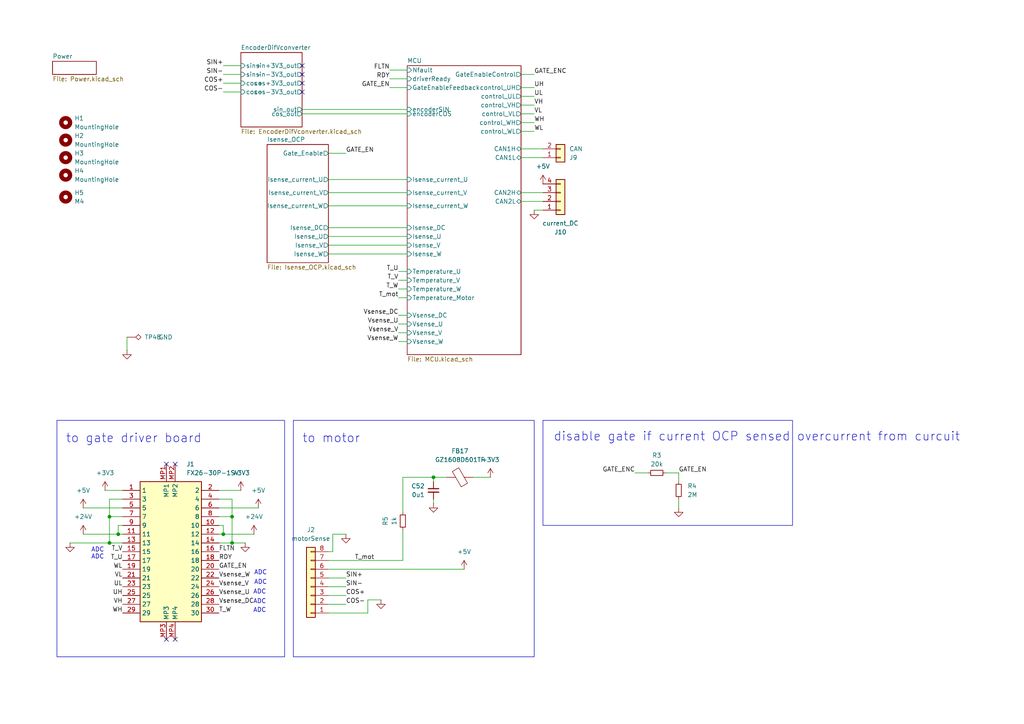
<source format=kicad_sch>
(kicad_sch (version 20231120) (generator "eeschema") (generator_version "8.0")
  (paper "A4")
  (title_block (title "INV_MainBoard") (date "2024-11-16") (rev "1.0") (company "NTURacing Team") (comment 1 "郭哲明 Jack Kuo") (comment 2 "Powertrain Group"))
  (lib_symbols
    (symbol "Connector:TestPoint_Alt" (pin_numbers hide) (pin_names (offset 0.762) hide)
      (property "Reference" "TP" (at 0 6.858 0))
      (property "Value" "TestPoint_Alt" (at 0 5.08 0))
      (symbol "TestPoint_Alt_0_1"
        (polyline (pts (xy 0 2.54) (xy -0.762 3.302) (xy 0 4.064) (xy 0.762 3.302) (xy 0 2.54)))
      )
      (symbol "TestPoint_Alt_1_1"
        (pin passive line (at 0 0 90) (length 2.54) (name "1") (number "1"))
      )
    )
    (symbol "Connector_Generic:Conn_01x02" (pin_names (offset 1.016) hide)
      (property "Reference" "J" (at 0 2.54 0))
      (property "Value" "Conn_01x02" (at 0 -5.08 0))
      (symbol "Conn_01x02_1_1"
        (rectangle (start -1.27 -2.413) (end 0 -2.667) (stroke (width 0.1524)))
        (rectangle (start -1.27 0.127) (end 0 -0.127) (stroke (width 0.1524)))
        (rectangle (start -1.27 1.27) (end 1.27 -3.81) (stroke (width 0.254)) (fill (type background)))
        (pin passive line (at -5.08 0 0) (length 3.81) (name "Pin_1") (number "1"))
        (pin passive line (at -5.08 -2.54 0) (length 3.81) (name "Pin_2") (number "2"))
      )
    )
    (symbol "Device:C_Small" (pin_numbers hide) (pin_names (offset 0.254) hide)
      (property "Reference" "C" (at 0.254 1.778 0))
      (property "Value" "C_Small" (at 0.254 -2.032 0))
      (symbol "C_Small_0_1"
        (polyline (pts (xy -1.524 -0.508) (xy 1.524 -0.508)) (stroke (width 0.3302)))
        (polyline (pts (xy -1.524 0.508) (xy 1.524 0.508)) (stroke (width 0.3048)))
      )
      (symbol "C_Small_1_1"
        (pin passive line (at 0 2.54 270) (length 2.032) (name "~") (number "1"))
        (pin passive line (at 0 -2.54 90) (length 2.032) (name "~") (number "2"))
      )
    )
    (symbol "Device:FerriteBead" (pin_numbers hide) (pin_names (offset 0))
      (property "Reference" "FB" (at -3.81 0.635 90))
      (property "Value" "FerriteBead" (at 3.81 0 90))
      (symbol "FerriteBead_0_1"
        (polyline (pts (xy 0 -1.27) (xy 0 -1.2192)))
        (polyline (pts (xy 0 1.27) (xy 0 1.2954)))
        (polyline (pts (xy -2.7686 0.4064) (xy -1.7018 2.2606) (xy 2.7686 -0.3048) (xy 1.6764 -2.159) (xy -2.7686 0.4064)))
      )
      (symbol "FerriteBead_1_1"
        (pin passive line (at 0 3.81 270) (length 2.54) (name "~") (number "1"))
        (pin passive line (at 0 -3.81 90) (length 2.54) (name "~") (number "2"))
      )
    )
    (symbol "Device:R_Small" (pin_numbers hide) (pin_names (offset 0.254) hide)
      (property "Reference" "R" (at 0.762 0.508 0))
      (property "Value" "R_Small" (at 0.762 -1.016 0))
      (symbol "R_Small_0_1"
        (rectangle (start -0.762 1.778) (end 0.762 -1.778) (stroke (width 0.2032)))
      )
      (symbol "R_Small_1_1"
        (pin passive line (at 0 2.54 270) (length 0.762) (name "~") (number "1"))
        (pin passive line (at 0 -2.54 90) (length 0.762) (name "~") (number "2"))
      )
    )
    (symbol "Mechanical:MountingHole" (pin_names (offset 1.016)) (exclude_from_sim yes) (in_bom no)
      (property "Reference" "H" (at 0 5.08 0))
      (property "Value" "MountingHole" (at 0 3.175 0))
      (symbol "MountingHole_0_1"
        (circle (center 0 0) (radius 1.27) (stroke (width 1.27)))
      )
    )
    (symbol "PCM_4ms_Connector:Conn_01x04" (pin_names (offset 1.016) hide)
      (property "Reference" "J" (at 0 5.08 0))
      (property "Value" "Conn_01x04" (at 0 -7.62 0))
      (symbol "Conn_01x04_1_1"
        (rectangle (start -1.27 -4.953) (end 0 -5.207) (stroke (width 0.1524)))
        (rectangle (start -1.27 -2.413) (end 0 -2.667) (stroke (width 0.1524)))
        (rectangle (start -1.27 0.127) (end 0 -0.127) (stroke (width 0.1524)))
        (rectangle (start -1.27 2.667) (end 0 2.413) (stroke (width 0.1524)))
        (rectangle (start -1.27 3.81) (end 1.27 -6.35) (stroke (width 0.254)) (fill (type background)))
        (pin passive line (at -5.08 2.54 0) (length 3.81) (name "Pin_1") (number "1"))
        (pin passive line (at -5.08 0 0) (length 3.81) (name "Pin_2") (number "2"))
        (pin passive line (at -5.08 -2.54 0) (length 3.81) (name "Pin_3") (number "3"))
        (pin passive line (at -5.08 -5.08 0) (length 3.81) (name "Pin_4") (number "4"))
      )
    )
    (symbol "PCM_4ms_Connector:Conn_01x08" (pin_names (offset 1.016) hide)
      (property "Reference" "J" (at 0 10.16 0))
      (property "Value" "Conn_01x08" (at -1.27 -13.97 0))
      (symbol "Conn_01x08_0_0"
        (pin passive line (at -5.08 -2.54 0) (length 3.81) (name "Pin_5") (number "5"))
        (pin passive line (at -5.08 -5.08 0) (length 3.81) (name "Pin_6") (number "6"))
        (pin passive line (at -5.08 -7.62 0) (length 3.81) (name "Pin_7") (number "7"))
        (pin passive line (at -5.08 -10.16 0) (length 3.81) (name "Pin_8") (number "8"))
      )
      (symbol "Conn_01x08_1_1"
        (rectangle (start -1.27 -10.033) (end 0 -10.287) (stroke (width 0.1524)))
        (rectangle (start -1.27 -7.493) (end 0 -7.747) (stroke (width 0.1524)))
        (rectangle (start -1.27 -4.953) (end 0 -5.207) (stroke (width 0.1524)))
        (rectangle (start -1.27 -2.413) (end 0 -2.667) (stroke (width 0.1524)))
        (rectangle (start -1.27 0.127) (end 0 -0.127) (stroke (width 0.1524)))
        (rectangle (start -1.27 2.667) (end 0 2.413) (stroke (width 0.1524)))
        (rectangle (start -1.27 5.207) (end 0 4.953) (stroke (width 0.1524)))
        (rectangle (start -1.27 7.747) (end 0 7.493) (stroke (width 0.1524)))
        (rectangle (start -1.27 8.89) (end 1.27 -11.43) (stroke (width 0.254)) (fill (type background)))
        (pin passive line (at -5.08 7.62 0) (length 3.81) (name "Pin_1") (number "1"))
        (pin passive line (at -5.08 5.08 0) (length 3.81) (name "Pin_2") (number "2"))
        (pin passive line (at -5.08 2.54 0) (length 3.81) (name "Pin_3") (number "3"))
        (pin passive line (at -5.08 0 0) (length 3.81) (name "Pin_4") (number "4"))
      )
    )
    (symbol "SamacSys_Parts_EP6:FX26-30P-1SV"
      (property "Reference" "J" (at 46.99 12.7 0))
      (property "Value" "FX26-30P-1SV" (at 46.99 10.16 0))
      (symbol "FX26-30P-1SV_1_1"
        (rectangle (start 5.08 7.62) (end 45.72 -10.16) (stroke (width 0.254)) (fill (type background)))
        (pin passive line (at 7.62 -15.24 90) (length 5.08) (name "1") (number "1"))
        (pin passive line (at 17.78 12.7 270) (length 5.08) (name "10") (number "10"))
        (pin passive line (at 20.32 -15.24 90) (length 5.08) (name "11") (number "11"))
        (pin passive line (at 20.32 12.7 270) (length 5.08) (name "12") (number "12"))
        (pin passive line (at 22.86 -15.24 90) (length 5.08) (name "13") (number "13"))
        (pin passive line (at 22.86 12.7 270) (length 5.08) (name "14") (number "14"))
        (pin passive line (at 25.4 -15.24 90) (length 5.08) (name "15") (number "15"))
        (pin passive line (at 25.4 12.7 270) (length 5.08) (name "16") (number "16"))
        (pin passive line (at 27.94 -15.24 90) (length 5.08) (name "17") (number "17"))
        (pin passive line (at 27.94 12.7 270) (length 5.08) (name "18") (number "18"))
        (pin passive line (at 30.48 -15.24 90) (length 5.08) (name "19") (number "19"))
        (pin passive line (at 7.62 12.7 270) (length 5.08) (name "2") (number "2"))
        (pin passive line (at 30.48 12.7 270) (length 5.08) (name "20") (number "20"))
        (pin passive line (at 33.02 -15.24 90) (length 5.08) (name "21") (number "21"))
        (pin passive line (at 33.02 12.7 270) (length 5.08) (name "22") (number "22"))
        (pin passive line (at 35.56 -15.24 90) (length 5.08) (name "23") (number "23"))
        (pin passive line (at 35.56 12.7 270) (length 5.08) (name "24") (number "24"))
        (pin passive line (at 38.1 -15.24 90) (length 5.08) (name "25") (number "25"))
        (pin passive line (at 38.1 12.7 270) (length 5.08) (name "26") (number "26"))
        (pin passive line (at 40.64 -15.24 90) (length 5.08) (name "27") (number "27"))
        (pin passive line (at 40.64 12.7 270) (length 5.08) (name "28") (number "28"))
        (pin passive line (at 43.18 -15.24 90) (length 5.08) (name "29") (number "29"))
        (pin passive line (at 10.16 -15.24 90) (length 5.08) (name "3") (number "3"))
        (pin passive line (at 43.18 12.7 270) (length 5.08) (name "30") (number "30"))
        (pin passive line (at 10.16 12.7 270) (length 5.08) (name "4") (number "4"))
        (pin passive line (at 12.7 -15.24 90) (length 5.08) (name "5") (number "5"))
        (pin passive line (at 12.7 12.7 270) (length 5.08) (name "6") (number "6"))
        (pin passive line (at 15.24 -15.24 90) (length 5.08) (name "7") (number "7"))
        (pin passive line (at 15.24 12.7 270) (length 5.08) (name "8") (number "8"))
        (pin passive line (at 17.78 -15.24 90) (length 5.08) (name "9") (number "9"))
        (pin passive line (at 0 -2.54 0) (length 5.08) (name "MP1") (number "MP1"))
        (pin passive line (at 0 0 0) (length 5.08) (name "MP2") (number "MP2"))
        (pin passive line (at 50.8 -2.54 180) (length 5.08) (name "MP3") (number "MP3"))
        (pin passive line (at 50.8 0 180) (length 5.08) (name "MP4") (number "MP4"))
      )
    )
    (symbol "power:+24V" (power) (pin_numbers hide) (pin_names (offset 0) hide)
      (property "Value" "+24V" (at 0 3.556 0))
      (symbol "+24V_0_1"
        (polyline (pts (xy -0.762 1.27) (xy 0 2.54)))
        (polyline (pts (xy 0 0) (xy 0 2.54)))
        (polyline (pts (xy 0 2.54) (xy 0.762 1.27)))
      )
      (symbol "+24V_1_1"
        (pin power_in line (at 0 0 90) (length 0) (name "~") (number "1"))
      )
    )
    (symbol "power:+3V3" (power) (pin_numbers hide) (pin_names (offset 0) hide)
      (property "Value" "+3V3" (at 0 3.556 0))
      (symbol "+3V3_0_1"
        (polyline (pts (xy -0.762 1.27) (xy 0 2.54)))
        (polyline (pts (xy 0 0) (xy 0 2.54)))
        (polyline (pts (xy 0 2.54) (xy 0.762 1.27)))
      )
      (symbol "+3V3_1_1"
        (pin power_in line (at 0 0 90) (length 0) (name "~") (number "1"))
      )
    )
    (symbol "power:+5V" (power) (pin_numbers hide) (pin_names (offset 0) hide)
      (property "Value" "+5V" (at 0 3.556 0))
      (symbol "+5V_0_1"
        (polyline (pts (xy -0.762 1.27) (xy 0 2.54)))
        (polyline (pts (xy 0 0) (xy 0 2.54)))
        (polyline (pts (xy 0 2.54) (xy 0.762 1.27)))
      )
      (symbol "+5V_1_1"
        (pin power_in line (at 0 0 90) (length 0) (name "~") (number "1"))
      )
    )
    (symbol "power:GND" (power) (pin_numbers hide) (pin_names (offset 0) hide)
      (property "Value" "GND" (at 0 -3.81 0))
      (symbol "GND_0_1"
        (polyline (pts (xy 0 0) (xy 0 -1.27) (xy 1.27 -1.27) (xy 0 -2.54) (xy -1.27 -1.27) (xy 0 -1.27)))
      )
      (symbol "GND_1_1"
        (pin power_in line (at 0 0 270) (length 0) (name "~") (number "1"))
      )
    )
  )
  (junction (at 67.31 157.48))
  (junction (at 64.77 154.94))
  (junction (at 34.29 154.94))
  (junction (at 31.75 157.48))
  (junction (at 67.31 149.86))
  (junction (at 125.73 138.43))
  (junction (at 31.75 149.86))
  (no_connect (at 87.63 26.67))
  (no_connect (at 87.63 19.05))
  (no_connect (at 87.63 24.13))
  (no_connect (at 48.26 134.62))
  (no_connect (at 50.8 185.42))
  (no_connect (at 50.8 134.62))
  (no_connect (at 87.63 21.59))
  (no_connect (at 48.26 185.42))
  (wire (pts (xy 115.57 78.74) (xy 118.11 78.74)))
  (wire (pts (xy 106.68 173.99) (xy 110.49 173.99)))
  (wire (pts (xy 100.33 154.94) (xy 96.52 154.94)))
  (wire (pts (xy 115.57 99.06) (xy 118.11 99.06)))
  (wire (pts (xy 34.29 154.94) (xy 34.29 152.4)))
  (wire (pts (xy 67.31 157.48) (xy 67.31 149.86)))
  (wire (pts (xy 184.15 137.16) (xy 187.96 137.16)))
  (wire (pts (xy 35.56 144.78) (xy 31.75 144.78)))
  (wire (pts (xy 30.48 142.24) (xy 35.56 142.24)))
  (wire (pts (xy 96.52 160.02) (xy 95.25 160.02)))
  (wire (pts (xy 116.84 162.56) (xy 95.25 162.56)))
  (wire (pts (xy 106.68 173.99) (xy 106.68 177.8)))
  (wire (pts (xy 31.75 157.48) (xy 35.56 157.48)))
  (wire (pts (xy 96.52 154.94) (xy 96.52 160.02)))
  (wire (pts (xy 20.32 157.48) (xy 31.75 157.48)))
  (wire (pts (xy 116.84 153.67) (xy 116.84 162.56)))
  (wire (pts (xy 154.94 60.96) (xy 157.48 60.96)))
  (wire (pts (xy 125.73 139.7) (xy 125.73 138.43)))
  (wire (pts (xy 95.25 66.04) (xy 118.11 66.04)))
  (wire (pts (xy 100.33 44.45) (xy 95.25 44.45)))
  (wire (pts (xy 95.25 175.26) (xy 100.33 175.26)))
  (wire (pts (xy 95.25 52.07) (xy 118.11 52.07)))
  (wire (pts (xy 154.94 33.02) (xy 151.13 33.02)))
  (wire (pts (xy 115.57 96.52) (xy 118.11 96.52)))
  (wire (pts (xy 95.25 172.72) (xy 100.33 172.72)))
  (wire (pts (xy 34.29 152.4) (xy 35.56 152.4)))
  (wire (pts (xy 95.25 55.88) (xy 118.11 55.88)))
  (wire (pts (xy 63.5 157.48) (xy 67.31 157.48)))
  (wire (pts (xy 154.94 35.56) (xy 151.13 35.56)))
  (wire (pts (xy 95.25 170.18) (xy 100.33 170.18)))
  (wire (pts (xy 95.25 68.58) (xy 118.11 68.58)))
  (wire (pts (xy 115.57 81.28) (xy 118.11 81.28)))
  (wire (pts (xy 115.57 83.82) (xy 118.11 83.82)))
  (wire (pts (xy 63.5 144.78) (xy 67.31 144.78)))
  (wire (pts (xy 151.13 55.88) (xy 157.48 55.88)))
  (wire (pts (xy 151.13 45.72) (xy 157.48 45.72)))
  (wire (pts (xy 129.54 138.43) (xy 125.73 138.43)))
  (wire (pts (xy 154.94 38.1) (xy 151.13 38.1)))
  (wire (pts (xy 87.63 31.75) (xy 118.11 31.75)))
  (wire (pts (xy 69.85 142.24) (xy 63.5 142.24)))
  (wire (pts (xy 196.85 137.16) (xy 193.04 137.16)))
  (wire (pts (xy 24.13 154.94) (xy 34.29 154.94)))
  (wire (pts (xy 63.5 154.94) (xy 64.77 154.94)))
  (wire (pts (xy 113.03 25.4) (xy 118.11 25.4)))
  (wire (pts (xy 196.85 147.32) (xy 196.85 144.78)))
  (wire (pts (xy 151.13 58.42) (xy 157.48 58.42)))
  (wire (pts (xy 24.13 147.32) (xy 35.56 147.32)))
  (wire (pts (xy 67.31 157.48) (xy 71.12 157.48)))
  (wire (pts (xy 115.57 91.44) (xy 118.11 91.44)))
  (wire (pts (xy 115.57 93.98) (xy 118.11 93.98)))
  (wire (pts (xy 95.25 59.69) (xy 118.11 59.69)))
  (wire (pts (xy 67.31 144.78) (xy 67.31 149.86)))
  (wire (pts (xy 34.29 154.94) (xy 35.56 154.94)))
  (wire (pts (xy 31.75 149.86) (xy 35.56 149.86)))
  (wire (pts (xy 64.77 154.94) (xy 73.66 154.94)))
  (wire (pts (xy 154.94 27.94) (xy 151.13 27.94)))
  (wire (pts (xy 64.77 19.05) (xy 69.85 19.05)))
  (wire (pts (xy 63.5 152.4) (xy 64.77 152.4)))
  (wire (pts (xy 154.94 30.48) (xy 151.13 30.48)))
  (wire (pts (xy 74.93 147.32) (xy 63.5 147.32)))
  (wire (pts (xy 95.25 167.64) (xy 100.33 167.64)))
  (wire (pts (xy 87.63 33.02) (xy 118.11 33.02)))
  (wire (pts (xy 125.73 138.43) (xy 116.84 138.43)))
  (wire (pts (xy 154.94 21.59) (xy 151.13 21.59)))
  (wire (pts (xy 125.73 146.05) (xy 125.73 144.78)))
  (wire (pts (xy 154.94 25.4) (xy 151.13 25.4)))
  (wire (pts (xy 196.85 137.16) (xy 196.85 139.7)))
  (wire (pts (xy 64.77 21.59) (xy 69.85 21.59)))
  (wire (pts (xy 64.77 152.4) (xy 64.77 154.94)))
  (wire (pts (xy 64.77 24.13) (xy 69.85 24.13)))
  (wire (pts (xy 151.13 43.18) (xy 157.48 43.18)))
  (wire (pts (xy 95.25 73.66) (xy 118.11 73.66)))
  (wire (pts (xy 106.68 177.8) (xy 95.25 177.8)))
  (wire (pts (xy 31.75 149.86) (xy 31.75 157.48)))
  (wire (pts (xy 142.24 138.43) (xy 137.16 138.43)))
  (wire (pts (xy 95.25 165.1) (xy 134.62 165.1)))
  (wire (pts (xy 31.75 144.78) (xy 31.75 149.86)))
  (wire (pts (xy 113.03 22.86) (xy 118.11 22.86)))
  (wire (pts (xy 113.03 20.32) (xy 118.11 20.32)))
  (wire (pts (xy 95.25 71.12) (xy 118.11 71.12)))
  (wire (pts (xy 36.83 97.79) (xy 36.83 101.6)))
  (wire (pts (xy 115.57 86.36) (xy 118.11 86.36)))
  (wire (pts (xy 64.77 26.67) (xy 69.85 26.67)))
  (wire (pts (xy 116.84 138.43) (xy 116.84 148.59)))
  (wire (pts (xy 67.31 149.86) (xy 63.5 149.86)))
  (rectangle (start 16.51 121.92) (end 82.55 190.5))
  (rectangle (start 85.09 121.92) (end 154.94 190.5))
  (rectangle (start 157.48 121.92) (end 229.87 152.4))
  (text "ADC" (at 73.406 175.26 0) (effects (font (size 1.27 1.27)) (justify left bottom)))
  (text "to gate driver board" (at 19.05 125.73 0) (effects (font (size 2.54 2.54)) (justify left top)))
  (text "ADC" (at 26.416 162.306 0) (effects (font (size 1.27 1.27)) (justify left bottom)))
  (text "ADC" (at 73.66 169.672 0) (effects (font (size 1.27 1.27)) (justify left bottom)))
  (text "ADC" (at 73.406 177.8 0) (effects (font (size 1.27 1.27)) (justify left bottom)))
  (text "to motor" (at 87.63 125.73 0) (effects (font (size 2.54 2.54)) (justify left top)))
  (text "ADC" (at 73.66 166.878 0) (effects (font (size 1.27 1.27)) (justify left bottom)))
  (text "disable gate if current OCP sensed overcurrent from curcuit" (at 160.528 125.222 0) (effects (font (size 2.54 2.54)) (justify left top)))
  (text "ADC" (at 26.416 160.274 0) (effects (font (size 1.27 1.27)) (justify left bottom)))
  (text "ADC" (at 73.406 172.466 0) (effects (font (size 1.27 1.27)) (justify left bottom)))
  (label "T_W" (at 63.5 177.8 0))
  (label "GATE_EN" (at 63.5 165.1 0))
  (label "FLTN" (at 113.03 20.32 180))
  (label "COS+" (at 100.33 172.72 0))
  (label "Vsense_W" (at 63.5 167.64 0))
  (label "COS+" (at 64.77 24.13 180))
  (label "Vsense_DC" (at 115.57 91.44 180))
  (label "Vsense_V" (at 115.57 96.52 180))
  (label "T_W" (at 115.57 83.82 180))
  (label "WL" (at 35.56 165.1 180))
  (label "SIN+" (at 100.33 167.64 0))
  (label "GATE_EN" (at 100.33 44.45 0))
  (label "WH" (at 35.56 177.8 180))
  (label "WL" (at 154.94 38.1 0))
  (label "Vsense_DC" (at 63.5 175.26 0))
  (label "UH" (at 35.56 172.72 180))
  (label "Vsense_V" (at 63.5 170.18 0))
  (label "Vsense_W" (at 115.57 99.06 180))
  (label "GATE_EN" (at 196.85 137.16 0))
  (label "UH" (at 154.94 25.4 0))
  (label "Vsense_U" (at 115.57 93.98 180))
  (label "T_mot" (at 102.87 162.56 0))
  (label "T_mot" (at 115.57 86.36 180))
  (label "T_V" (at 115.57 81.28 180))
  (label "UL" (at 154.94 27.94 0))
  (label "SIN-" (at 64.77 21.59 180))
  (label "T_V" (at 35.56 160.02 180))
  (label "Vsense_U" (at 63.5 172.72 0))
  (label "GATE_ENC" (at 184.15 137.16 180))
  (label "VL" (at 35.56 167.64 180))
  (label "VH" (at 35.56 175.26 180))
  (label "SIN+" (at 64.77 19.05 180))
  (label "VH" (at 154.94 30.48 0))
  (label "FLTN" (at 63.5 160.02 0))
  (label "COS-" (at 64.77 26.67 180))
  (label "GATE_ENC" (at 154.94 21.59 0))
  (label "T_U" (at 115.57 78.74 180))
  (label "RDY" (at 63.5 162.56 0))
  (label "RDY" (at 113.03 22.86 180))
  (label "COS-" (at 100.33 175.26 0))
  (label "UL" (at 35.56 170.18 180))
  (label "T_U" (at 35.56 162.56 180))
  (label "SIN-" (at 100.33 170.18 0))
  (label "GATE_EN" (at 113.03 25.4 180))
  (label "WH" (at 154.94 35.56 0))
  (label "VL" (at 154.94 33.02 0))
  (symbol (lib_id "power:+5V") (at 24.13 147.32 0) (unit 1)
    (property "Reference" "#PWR09" (effects (hide yes)))
    (property "Value" "+5V" (at 24.13 142.24 0))
    (property "Description" "Power symbol creates a global label with name \"+5V\"" (effects (hide yes)))
  )
  (symbol (lib_id "power:GND") (at 71.12 157.48 0) (unit 1)
    (property "Reference" "#PWR017" (effects (hide yes)))
    (property "Value" "GND" (effects (hide yes)))
    (property "Description" "Power symbol creates a global label with name \"GND\" , ground" (effects (hide yes)))
  )
  (symbol (lib_id "power:GND") (at 20.32 157.48 0) (unit 1)
    (property "Reference" "#PWR016" (effects (hide yes)))
    (property "Value" "GND" (effects (hide yes)))
    (property "Description" "Power symbol creates a global label with name \"GND\" , ground" (effects (hide yes)))
  )
  (symbol (lib_id "power:GND") (at 110.49 173.99 0) (unit 1)
    (property "Reference" "#PWR018" (effects (hide yes)))
    (property "Value" "GND" (effects (hide yes)))
    (property "Description" "Power symbol creates a global label with name \"GND\" , ground" (effects (hide yes)))
  )
  (symbol (lib_id "Device:R_Small") (at 196.85 142.24 180) (unit 1)
    (property "Reference" "R4" (at 199.39 140.97 0) (effects (justify right)))
    (property "Value" "2M" (at 199.39 143.51 0) (effects (justify right)))
    (property "Footprint" "Resistor_SMD:R_0603_1608Metric" (effects (hide yes)))
    (property "Description" "Resistor, small symbol" (effects (hide yes)))
  )
  (symbol (lib_id "SamacSys_Parts_EP6:FX26-30P-1SV") (at 50.8 134.62 270) (unit 1)
    (property "Reference" "J1" (at 54.0553 134.62 90) (effects (justify left)))
    (property "Value" "FX26-30P-1SV" (at 54.0553 137.16 90) (effects (justify left)))
    (property "Footprint" "SamacSys_Parts_EP6:FX2630P1SV" (effects (hide yes)))
    (property "Datasheet" "https://www.hirose.com/en/product/document?clcode=CL0576-1003-0-00&productname=FX26-30P-1SV&series=FX26&documenttype=2DDrawing&lang=en&documentid=0001311927" (effects (hide yes)))
    (property "Description" "30 Position Connector Plug, Floating Surface Mount Gold" (effects (hide yes)))
    (property "Height" "10.45" (effects (hide yes)))
    (property "Mouser Part Number" "798-FX2630P1SV" (effects (hide yes)))
    (property "Mouser Price/Stock" "https://www.mouser.co.uk/ProductDetail/Hirose-Connector/FX26-30P-1SV?qs=4ASt3YYao0VDFwZb5o0YJA%3D%3D" (effects (hide yes)))
    (property "Manufacturer_Name" "Hirose" (effects (hide yes)))
    (property "Manufacturer_Part_Number" "FX26-30P-1SV" (effects (hide yes)))
  )
  (symbol (lib_id "power:GND") (at 154.94 60.96 0) (unit 1)
    (property "Reference" "#PWR0143" (effects (hide yes)))
    (property "Value" "GND" (effects (hide yes)))
    (property "Description" "Power symbol creates a global label with name \"GND\" , ground" (effects (hide yes)))
  )
  (symbol (lib_id "Device:C_Small") (at 125.73 142.24 0) (mirror y) (unit 1)
    (property "Reference" "C52" (at 123.19 140.9763 0) (effects (justify left)))
    (property "Value" "0u1" (at 123.19 143.5163 0) (effects (justify left)))
    (property "Footprint" "Capacitor_SMD:C_0402_1005Metric" (effects (hide yes)))
    (property "Description" "Unpolarized capacitor, small symbol" (effects (hide yes)))
  )
  (symbol (lib_id "power:+24V") (at 24.13 154.94 0) (unit 1)
    (property "Reference" "#PWR014" (effects (hide yes)))
    (property "Value" "+24V" (at 24.13 149.86 0))
    (property "Description" "Power symbol creates a global label with name \"+24V\"" (effects (hide yes)))
  )
  (symbol (lib_id "Mechanical:MountingHole") (at 19.05 50.8 0) (unit 1) (exclude_from_sim yes) (in_bom no)
    (property "Reference" "H4" (at 21.59 49.53 0) (effects (justify left)))
    (property "Value" "MountingHole" (at 21.59 52.07 0) (effects (justify left)))
    (property "Footprint" "MountingHole:MountingHole_3.2mm_M3" (effects (hide yes)))
    (property "Description" "Mounting Hole without connection" (effects (hide yes)))
  )
  (symbol (lib_id "Device:FerriteBead") (at 133.35 138.43 270) (mirror x) (unit 1)
    (property "Reference" "FB17" (at 133.4008 130.81 90))
    (property "Value" "GZ1608D601TF" (at 133.4008 133.35 90))
    (property "Footprint" "Inductor_SMD:L_0805_2012Metric" (effects (hide yes)))
    (property "Description" "Ferrite bead" (effects (hide yes)))
  )
  (symbol (lib_id "Connector_Generic:Conn_01x02") (at 162.56 45.72 0) (mirror x) (unit 1)
    (property "Reference" "J9" (at 165.1 45.72 0) (effects (justify left)))
    (property "Value" "CAN" (at 165.1 43.18 0) (effects (justify left)))
    (property "Footprint" "Connector_JST:JST_XH_B2B-XH-A_1x02_P2.50mm_Vertical" (effects (hide yes)))
    (property "Description" "Generic connector, single row, 01x02, script generated (kicad-library-utils/schlib/autogen/connector/)" (effects (hide yes)))
  )
  (symbol (lib_id "power:GND") (at 196.85 147.32 0) (unit 1)
    (property "Reference" "#PWR011" (effects (hide yes)))
    (property "Value" "GND" (effects (hide yes)))
    (property "Description" "Power symbol creates a global label with name \"GND\" , ground" (effects (hide yes)))
  )
  (symbol (lib_id "Device:R_Small") (at 116.84 151.13 180) (unit 1)
    (property "Reference" "R5" (at 111.76 151.13 90))
    (property "Value" "1k" (at 114.3 151.13 90))
    (property "Footprint" "Resistor_SMD:R_0603_1608Metric" (effects (hide yes)))
    (property "Description" "Resistor, small symbol" (effects (hide yes)))
  )
  (symbol (lib_id "Mechanical:MountingHole") (at 19.05 57.15 0) (unit 1) (exclude_from_sim yes) (in_bom no)
    (property "Reference" "H5" (at 21.59 55.88 0) (effects (justify left)))
    (property "Value" "M4" (at 21.59 58.42 0) (effects (justify left)))
    (property "Footprint" "MountingHole:MountingHole_4mm" (effects (hide yes)))
    (property "Description" "Mounting Hole without connection" (effects (hide yes)))
  )
  (symbol (lib_id "Mechanical:MountingHole") (at 19.05 45.72 0) (unit 1) (exclude_from_sim yes) (in_bom no)
    (property "Reference" "H3" (at 21.59 44.45 0) (effects (justify left)))
    (property "Value" "MountingHole" (at 21.59 46.99 0) (effects (justify left)))
    (property "Footprint" "MountingHole:MountingHole_3.2mm_M3" (effects (hide yes)))
    (property "Description" "Mounting Hole without connection" (effects (hide yes)))
  )
  (symbol (lib_id "PCM_4ms_Connector:Conn_01x08") (at 90.17 170.18 180) (unit 1)
    (property "Reference" "J2" (at 90.17 153.67 0))
    (property "Value" "motorSense" (at 90.17 156.21 0))
    (property "Footprint" "Connector_JST:JST_XH_B8B-XH-A_1x08_P2.50mm_Vertical" (effects (hide yes)))
    (property "Description" "HEADER 1x8 MALE PINS 0.100” 180deg" (effects (hide yes)))
    (property "Specifications" "HEADER 1x8 MALE PINS 0.100” 180deg" (effects (hide yes)))
  )
  (symbol (lib_id "power:+5V") (at 74.93 147.32 0) (unit 1)
    (property "Reference" "#PWR010" (effects (hide yes)))
    (property "Value" "+5V" (at 74.93 142.24 0))
    (property "Description" "Power symbol creates a global label with name \"+5V\"" (effects (hide yes)))
  )
  (symbol (lib_id "Device:R_Small") (at 190.5 137.16 90) (unit 1)
    (property "Reference" "R3" (at 190.5 132.08 90))
    (property "Value" "20k" (at 190.5 134.62 90))
    (property "Footprint" "Resistor_SMD:R_0402_1005Metric" (effects (hide yes)))
    (property "Description" "Resistor, small symbol" (effects (hide yes)))
  )
  (symbol (lib_id "Connector:TestPoint_Alt") (at 36.83 97.79 270) (unit 1)
    (property "Reference" "TP48" (at 41.91 97.79 90) (effects (justify left)))
    (property "Value" "GND" (at 45.974 97.79 90) (effects (justify left)))
    (property "Footprint" "TestPoint:TestPoint_THTPad_D1.0mm_Drill0.5mm" (effects (hide yes)))
    (property "Description" "test point (alternative shape)" (effects (hide yes)))
  )
  (symbol (lib_id "power:GND") (at 125.73 146.05 0) (mirror y) (unit 1)
    (property "Reference" "#PWR0135" (effects (hide yes)))
    (property "Value" "GND" (effects (hide yes)))
    (property "Description" "Power symbol creates a global label with name \"GND\" , ground" (effects (hide yes)))
  )
  (symbol (lib_id "power:GND") (at 36.83 101.6 0) (unit 1)
    (property "Reference" "#PWR04" (effects (hide yes)))
    (property "Value" "GND" (effects (hide yes)))
    (property "Description" "Power symbol creates a global label with name \"GND\" , ground" (effects (hide yes)))
  )
  (symbol (lib_id "power:+5V") (at 134.62 165.1 0) (unit 1)
    (property "Reference" "#PWR013" (effects (hide yes)))
    (property "Value" "+5V" (at 134.62 160.02 0))
    (property "Description" "Power symbol creates a global label with name \"+5V\"" (effects (hide yes)))
  )
  (symbol (lib_id "power:GND") (at 100.33 154.94 0) (unit 1)
    (property "Reference" "#PWR08" (effects (hide yes)))
    (property "Value" "GND" (effects (hide yes)))
    (property "Description" "Power symbol creates a global label with name \"GND\" , ground" (effects (hide yes)))
  )
  (symbol (lib_id "PCM_4ms_Connector:Conn_01x04") (at 162.56 58.42 0) (mirror x) (unit 1)
    (property "Reference" "J10" (at 162.56 67.31 0))
    (property "Value" "current_DC" (at 162.56 64.77 0))
    (property "Footprint" "Connector_JST:JST_XH_B4B-XH-A_1x04_P2.50mm_Vertical" (effects (hide yes)))
    (property "Description" "HEADER 1x4 MALE PINS 0.100” 180deg" (effects (hide yes)))
    (property "Specifications" "HEADER 1x4 MALE PINS 0.100” 180deg" (effects (hide yes)))
    (property "Manufacturer" "TAD" (effects (hide yes)))
    (property "Part Number" "1-0401FBV0T" (effects (hide yes)))
  )
  (symbol (lib_id "power:+3V3") (at 142.24 138.43 0) (mirror y) (unit 1)
    (property "Reference" "#PWR05" (effects (hide yes)))
    (property "Value" "+3V3" (at 142.24 133.35 0))
    (property "Description" "Power symbol creates a global label with name \"+3V3\"" (effects (hide yes)))
  )
  (symbol (lib_id "power:+3V3") (at 69.85 142.24 0) (unit 1)
    (property "Reference" "#PWR07" (effects (hide yes)))
    (property "Value" "+3V3" (at 69.85 137.16 0))
    (property "Description" "Power symbol creates a global label with name \"+3V3\"" (effects (hide yes)))
  )
  (symbol (lib_id "power:+24V") (at 73.66 154.94 0) (unit 1)
    (property "Reference" "#PWR015" (effects (hide yes)))
    (property "Value" "+24V" (at 73.66 149.86 0))
    (property "Description" "Power symbol creates a global label with name \"+24V\"" (effects (hide yes)))
  )
  (symbol (lib_id "Mechanical:MountingHole") (at 19.05 40.64 0) (unit 1) (exclude_from_sim yes) (in_bom no)
    (property "Reference" "H2" (at 21.59 39.37 0) (effects (justify left)))
    (property "Value" "MountingHole" (at 21.59 41.91 0) (effects (justify left)))
    (property "Footprint" "MountingHole:MountingHole_3.2mm_M3" (effects (hide yes)))
    (property "Description" "Mounting Hole without connection" (effects (hide yes)))
  )
  (symbol (lib_id "Mechanical:MountingHole") (at 19.05 35.56 0) (unit 1) (exclude_from_sim yes) (in_bom no)
    (property "Reference" "H1" (at 21.59 34.29 0) (effects (justify left)))
    (property "Value" "MountingHole" (at 21.59 36.83 0) (effects (justify left)))
    (property "Footprint" "MountingHole:MountingHole_3.2mm_M3" (effects (hide yes)))
    (property "Description" "Mounting Hole without connection" (effects (hide yes)))
  )
  (symbol (lib_id "power:+3V3") (at 30.48 142.24 0) (unit 1)
    (property "Reference" "#PWR06" (effects (hide yes)))
    (property "Value" "+3V3" (at 30.48 137.16 0))
    (property "Description" "Power symbol creates a global label with name \"+3V3\"" (effects (hide yes)))
  )
  (symbol (lib_id "power:+5V") (at 157.48 53.34 0) (unit 1)
    (property "Reference" "#PWR0144" (effects (hide yes)))
    (property "Value" "+5V" (at 157.48 48.26 0))
    (property "Description" "Power symbol creates a global label with name \"+5V\"" (effects (hide yes)))
  )
  (sheet (at 15.24 17.78) (size 12.7 3.81) (stroke (width 0.1524))
    (property "Sheetname" "Power" (at 15.24 17.0684 0) (effects (justify left bottom)))
    (property "Sheetfile" "Power.kicad_sch" (at 15.24 22.1746 0) (effects (justify left top)))
  )
  (sheet (at 69.85 15.24) (size 17.78 21.59) (stroke (width 0.1524))
    (property "Sheetname" "EncoderDifVconverter" (at 69.85 14.5284 0) (effects (justify left bottom)))
    (property "Sheetfile" "EncoderDifVconverter.kicad_sch" (at 69.85 37.4146 0) (effects (justify left top)))
    (pin "cos_out" output (at 87.63 33.02 0))
    (pin "cos-" input (at 69.85 26.67 180))
    (pin "cos+" input (at 69.85 24.13 180))
    (pin "sin+" input (at 69.85 19.05 180))
    (pin "sin-" input (at 69.85 21.59 180))
    (pin "sin_out" output (at 87.63 31.75 0))
    (pin "sin+3V3_out" output (at 87.63 19.05 0))
    (pin "sin-3V3_out" output (at 87.63 21.59 0))
    (pin "cos+3V3_out" output (at 87.63 24.13 0))
    (pin "cos-3V3_out" output (at 87.63 26.67 0))
  )
  (sheet (at 77.47 41.91) (size 17.78 34.29) (stroke (width 0.1524))
    (property "Sheetname" "Isense_OCP" (at 77.47 41.1984 0) (effects (justify left bottom)))
    (property "Sheetfile" "Isense_OCP.kicad_sch" (at 77.47 76.7846 0) (effects (justify left top)))
    (pin "Isense_U" output (at 95.25 68.58 0))
    (pin "Isense_DC" output (at 95.25 66.04 0))
    (pin "Isense_V" output (at 95.25 71.12 0))
    (pin "Isense_W" output (at 95.25 73.66 0))
    (pin "Gate_Enable" output (at 95.25 44.45 0))
    (pin "Isense_current_U" output (at 95.25 52.07 0))
    (pin "Isense_current_V" output (at 95.25 55.88 0))
    (pin "Isense_current_W" output (at 95.25 59.69 0))
  )
  (sheet (at 118.11 19.05) (size 33.02 83.82) (stroke (width 0.1524))
    (property "Sheetname" "MCU" (at 118.11 18.3384 0) (effects (justify left bottom)))
    (property "Sheetfile" "MCU.kicad_sch" (at 118.11 103.4546 0) (effects (justify left top)))
    (pin "Isense_DC" input (at 118.11 66.04 180))
    (pin "Vsense_W" input (at 118.11 99.06 180))
    (pin "driverReady" input (at 118.11 22.86 180))
    (pin "Temperature_W" input (at 118.11 83.82 180))
    (pin "Vsense_U" input (at 118.11 93.98 180))
    (pin "Vsense_DC" input (at 118.11 91.44 180))
    (pin "Isense_U" input (at 118.11 68.58 180))
    (pin "Vsense_V" input (at 118.11 96.52 180))
    (pin "Isense_W" input (at 118.11 73.66 180))
    (pin "GateEnableControl" output (at 151.13 21.59 0))
    (pin "GateEnableFeedback" input (at 118.11 25.4 180))
    (pin "CAN1L" bidirectional (at 151.13 45.72 0))
    (pin "CAN1H" bidirectional (at 151.13 43.18 0))
    (pin "Nfault" input (at 118.11 20.32 180))
    (pin "Isense_V" input (at 118.11 71.12 180))
    (pin "control_UH" output (at 151.13 25.4 0))
    (pin "control_VH" output (at 151.13 30.48 0))
    (pin "control_WH" output (at 151.13 35.56 0))
    (pin "control_UL" output (at 151.13 27.94 0))
    (pin "control_WL" output (at 151.13 38.1 0))
    (pin "control_VL" output (at 151.13 33.02 0))
    (pin "Temperature_V" input (at 118.11 81.28 180))
    (pin "Temperature_U" input (at 118.11 78.74 180))
    (pin "Temperature_Motor" input (at 118.11 86.36 180))
    (pin "CAN2H" bidirectional (at 151.13 55.88 0))
    (pin "CAN2L" bidirectional (at 151.13 58.42 0))
    (pin "encoderCOS" input (at 118.11 33.02 180))
    (pin "encoderSIN" input (at 118.11 31.75 180))
    (pin "Isense_current_V" input (at 118.11 55.88 180))
    (pin "Isense_current_W" input (at 118.11 59.69 180))
    (pin "Isense_current_U" input (at 118.11 52.07 180))
  )
)
</source>
